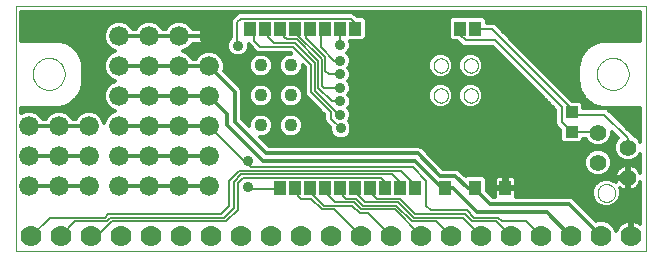
<source format=gtl>
G75*
G70*
%OFA0B0*%
%FSLAX25Y25*%
%IPPOS*%
%LPD*%
%AMOC8*
5,1,8,0,0,1.08239X$1,22.5*
%
%ADD10C,0.00000*%
%ADD11C,0.07000*%
%ADD12R,0.03937X0.04724*%
%ADD13C,0.04362*%
%ADD14R,0.04000X0.03900*%
%ADD15C,0.05543*%
%ADD16C,0.01200*%
%ADD17C,0.06600*%
%ADD18C,0.00600*%
%ADD19C,0.03575*%
%ADD20C,0.00800*%
D10*
X0003024Y0022576D02*
X0003024Y0104076D01*
X0213024Y0104076D01*
X0213024Y0022576D01*
X0003024Y0022576D01*
X0142362Y0074376D02*
X0142365Y0074492D01*
X0142373Y0074608D01*
X0142388Y0074723D01*
X0142407Y0074837D01*
X0142433Y0074950D01*
X0142464Y0075062D01*
X0142500Y0075172D01*
X0142542Y0075280D01*
X0142589Y0075386D01*
X0142641Y0075489D01*
X0142698Y0075590D01*
X0142760Y0075688D01*
X0142827Y0075783D01*
X0142898Y0075874D01*
X0142974Y0075962D01*
X0143054Y0076046D01*
X0143138Y0076126D01*
X0143226Y0076202D01*
X0143317Y0076273D01*
X0143412Y0076340D01*
X0143510Y0076402D01*
X0143611Y0076459D01*
X0143714Y0076511D01*
X0143820Y0076558D01*
X0143928Y0076600D01*
X0144038Y0076636D01*
X0144150Y0076667D01*
X0144263Y0076693D01*
X0144377Y0076712D01*
X0144492Y0076727D01*
X0144608Y0076735D01*
X0144724Y0076738D01*
X0144840Y0076735D01*
X0144956Y0076727D01*
X0145071Y0076712D01*
X0145185Y0076693D01*
X0145298Y0076667D01*
X0145410Y0076636D01*
X0145520Y0076600D01*
X0145628Y0076558D01*
X0145734Y0076511D01*
X0145837Y0076459D01*
X0145938Y0076402D01*
X0146036Y0076340D01*
X0146131Y0076273D01*
X0146222Y0076202D01*
X0146310Y0076126D01*
X0146394Y0076046D01*
X0146474Y0075962D01*
X0146550Y0075874D01*
X0146621Y0075783D01*
X0146688Y0075688D01*
X0146750Y0075590D01*
X0146807Y0075489D01*
X0146859Y0075386D01*
X0146906Y0075280D01*
X0146948Y0075172D01*
X0146984Y0075062D01*
X0147015Y0074950D01*
X0147041Y0074837D01*
X0147060Y0074723D01*
X0147075Y0074608D01*
X0147083Y0074492D01*
X0147086Y0074376D01*
X0147083Y0074260D01*
X0147075Y0074144D01*
X0147060Y0074029D01*
X0147041Y0073915D01*
X0147015Y0073802D01*
X0146984Y0073690D01*
X0146948Y0073580D01*
X0146906Y0073472D01*
X0146859Y0073366D01*
X0146807Y0073263D01*
X0146750Y0073162D01*
X0146688Y0073064D01*
X0146621Y0072969D01*
X0146550Y0072878D01*
X0146474Y0072790D01*
X0146394Y0072706D01*
X0146310Y0072626D01*
X0146222Y0072550D01*
X0146131Y0072479D01*
X0146036Y0072412D01*
X0145938Y0072350D01*
X0145837Y0072293D01*
X0145734Y0072241D01*
X0145628Y0072194D01*
X0145520Y0072152D01*
X0145410Y0072116D01*
X0145298Y0072085D01*
X0145185Y0072059D01*
X0145071Y0072040D01*
X0144956Y0072025D01*
X0144840Y0072017D01*
X0144724Y0072014D01*
X0144608Y0072017D01*
X0144492Y0072025D01*
X0144377Y0072040D01*
X0144263Y0072059D01*
X0144150Y0072085D01*
X0144038Y0072116D01*
X0143928Y0072152D01*
X0143820Y0072194D01*
X0143714Y0072241D01*
X0143611Y0072293D01*
X0143510Y0072350D01*
X0143412Y0072412D01*
X0143317Y0072479D01*
X0143226Y0072550D01*
X0143138Y0072626D01*
X0143054Y0072706D01*
X0142974Y0072790D01*
X0142898Y0072878D01*
X0142827Y0072969D01*
X0142760Y0073064D01*
X0142698Y0073162D01*
X0142641Y0073263D01*
X0142589Y0073366D01*
X0142542Y0073472D01*
X0142500Y0073580D01*
X0142464Y0073690D01*
X0142433Y0073802D01*
X0142407Y0073915D01*
X0142388Y0074029D01*
X0142373Y0074144D01*
X0142365Y0074260D01*
X0142362Y0074376D01*
X0152362Y0074376D02*
X0152365Y0074492D01*
X0152373Y0074608D01*
X0152388Y0074723D01*
X0152407Y0074837D01*
X0152433Y0074950D01*
X0152464Y0075062D01*
X0152500Y0075172D01*
X0152542Y0075280D01*
X0152589Y0075386D01*
X0152641Y0075489D01*
X0152698Y0075590D01*
X0152760Y0075688D01*
X0152827Y0075783D01*
X0152898Y0075874D01*
X0152974Y0075962D01*
X0153054Y0076046D01*
X0153138Y0076126D01*
X0153226Y0076202D01*
X0153317Y0076273D01*
X0153412Y0076340D01*
X0153510Y0076402D01*
X0153611Y0076459D01*
X0153714Y0076511D01*
X0153820Y0076558D01*
X0153928Y0076600D01*
X0154038Y0076636D01*
X0154150Y0076667D01*
X0154263Y0076693D01*
X0154377Y0076712D01*
X0154492Y0076727D01*
X0154608Y0076735D01*
X0154724Y0076738D01*
X0154840Y0076735D01*
X0154956Y0076727D01*
X0155071Y0076712D01*
X0155185Y0076693D01*
X0155298Y0076667D01*
X0155410Y0076636D01*
X0155520Y0076600D01*
X0155628Y0076558D01*
X0155734Y0076511D01*
X0155837Y0076459D01*
X0155938Y0076402D01*
X0156036Y0076340D01*
X0156131Y0076273D01*
X0156222Y0076202D01*
X0156310Y0076126D01*
X0156394Y0076046D01*
X0156474Y0075962D01*
X0156550Y0075874D01*
X0156621Y0075783D01*
X0156688Y0075688D01*
X0156750Y0075590D01*
X0156807Y0075489D01*
X0156859Y0075386D01*
X0156906Y0075280D01*
X0156948Y0075172D01*
X0156984Y0075062D01*
X0157015Y0074950D01*
X0157041Y0074837D01*
X0157060Y0074723D01*
X0157075Y0074608D01*
X0157083Y0074492D01*
X0157086Y0074376D01*
X0157083Y0074260D01*
X0157075Y0074144D01*
X0157060Y0074029D01*
X0157041Y0073915D01*
X0157015Y0073802D01*
X0156984Y0073690D01*
X0156948Y0073580D01*
X0156906Y0073472D01*
X0156859Y0073366D01*
X0156807Y0073263D01*
X0156750Y0073162D01*
X0156688Y0073064D01*
X0156621Y0072969D01*
X0156550Y0072878D01*
X0156474Y0072790D01*
X0156394Y0072706D01*
X0156310Y0072626D01*
X0156222Y0072550D01*
X0156131Y0072479D01*
X0156036Y0072412D01*
X0155938Y0072350D01*
X0155837Y0072293D01*
X0155734Y0072241D01*
X0155628Y0072194D01*
X0155520Y0072152D01*
X0155410Y0072116D01*
X0155298Y0072085D01*
X0155185Y0072059D01*
X0155071Y0072040D01*
X0154956Y0072025D01*
X0154840Y0072017D01*
X0154724Y0072014D01*
X0154608Y0072017D01*
X0154492Y0072025D01*
X0154377Y0072040D01*
X0154263Y0072059D01*
X0154150Y0072085D01*
X0154038Y0072116D01*
X0153928Y0072152D01*
X0153820Y0072194D01*
X0153714Y0072241D01*
X0153611Y0072293D01*
X0153510Y0072350D01*
X0153412Y0072412D01*
X0153317Y0072479D01*
X0153226Y0072550D01*
X0153138Y0072626D01*
X0153054Y0072706D01*
X0152974Y0072790D01*
X0152898Y0072878D01*
X0152827Y0072969D01*
X0152760Y0073064D01*
X0152698Y0073162D01*
X0152641Y0073263D01*
X0152589Y0073366D01*
X0152542Y0073472D01*
X0152500Y0073580D01*
X0152464Y0073690D01*
X0152433Y0073802D01*
X0152407Y0073915D01*
X0152388Y0074029D01*
X0152373Y0074144D01*
X0152365Y0074260D01*
X0152362Y0074376D01*
X0152362Y0084376D02*
X0152365Y0084492D01*
X0152373Y0084608D01*
X0152388Y0084723D01*
X0152407Y0084837D01*
X0152433Y0084950D01*
X0152464Y0085062D01*
X0152500Y0085172D01*
X0152542Y0085280D01*
X0152589Y0085386D01*
X0152641Y0085489D01*
X0152698Y0085590D01*
X0152760Y0085688D01*
X0152827Y0085783D01*
X0152898Y0085874D01*
X0152974Y0085962D01*
X0153054Y0086046D01*
X0153138Y0086126D01*
X0153226Y0086202D01*
X0153317Y0086273D01*
X0153412Y0086340D01*
X0153510Y0086402D01*
X0153611Y0086459D01*
X0153714Y0086511D01*
X0153820Y0086558D01*
X0153928Y0086600D01*
X0154038Y0086636D01*
X0154150Y0086667D01*
X0154263Y0086693D01*
X0154377Y0086712D01*
X0154492Y0086727D01*
X0154608Y0086735D01*
X0154724Y0086738D01*
X0154840Y0086735D01*
X0154956Y0086727D01*
X0155071Y0086712D01*
X0155185Y0086693D01*
X0155298Y0086667D01*
X0155410Y0086636D01*
X0155520Y0086600D01*
X0155628Y0086558D01*
X0155734Y0086511D01*
X0155837Y0086459D01*
X0155938Y0086402D01*
X0156036Y0086340D01*
X0156131Y0086273D01*
X0156222Y0086202D01*
X0156310Y0086126D01*
X0156394Y0086046D01*
X0156474Y0085962D01*
X0156550Y0085874D01*
X0156621Y0085783D01*
X0156688Y0085688D01*
X0156750Y0085590D01*
X0156807Y0085489D01*
X0156859Y0085386D01*
X0156906Y0085280D01*
X0156948Y0085172D01*
X0156984Y0085062D01*
X0157015Y0084950D01*
X0157041Y0084837D01*
X0157060Y0084723D01*
X0157075Y0084608D01*
X0157083Y0084492D01*
X0157086Y0084376D01*
X0157083Y0084260D01*
X0157075Y0084144D01*
X0157060Y0084029D01*
X0157041Y0083915D01*
X0157015Y0083802D01*
X0156984Y0083690D01*
X0156948Y0083580D01*
X0156906Y0083472D01*
X0156859Y0083366D01*
X0156807Y0083263D01*
X0156750Y0083162D01*
X0156688Y0083064D01*
X0156621Y0082969D01*
X0156550Y0082878D01*
X0156474Y0082790D01*
X0156394Y0082706D01*
X0156310Y0082626D01*
X0156222Y0082550D01*
X0156131Y0082479D01*
X0156036Y0082412D01*
X0155938Y0082350D01*
X0155837Y0082293D01*
X0155734Y0082241D01*
X0155628Y0082194D01*
X0155520Y0082152D01*
X0155410Y0082116D01*
X0155298Y0082085D01*
X0155185Y0082059D01*
X0155071Y0082040D01*
X0154956Y0082025D01*
X0154840Y0082017D01*
X0154724Y0082014D01*
X0154608Y0082017D01*
X0154492Y0082025D01*
X0154377Y0082040D01*
X0154263Y0082059D01*
X0154150Y0082085D01*
X0154038Y0082116D01*
X0153928Y0082152D01*
X0153820Y0082194D01*
X0153714Y0082241D01*
X0153611Y0082293D01*
X0153510Y0082350D01*
X0153412Y0082412D01*
X0153317Y0082479D01*
X0153226Y0082550D01*
X0153138Y0082626D01*
X0153054Y0082706D01*
X0152974Y0082790D01*
X0152898Y0082878D01*
X0152827Y0082969D01*
X0152760Y0083064D01*
X0152698Y0083162D01*
X0152641Y0083263D01*
X0152589Y0083366D01*
X0152542Y0083472D01*
X0152500Y0083580D01*
X0152464Y0083690D01*
X0152433Y0083802D01*
X0152407Y0083915D01*
X0152388Y0084029D01*
X0152373Y0084144D01*
X0152365Y0084260D01*
X0152362Y0084376D01*
X0142362Y0084376D02*
X0142365Y0084492D01*
X0142373Y0084608D01*
X0142388Y0084723D01*
X0142407Y0084837D01*
X0142433Y0084950D01*
X0142464Y0085062D01*
X0142500Y0085172D01*
X0142542Y0085280D01*
X0142589Y0085386D01*
X0142641Y0085489D01*
X0142698Y0085590D01*
X0142760Y0085688D01*
X0142827Y0085783D01*
X0142898Y0085874D01*
X0142974Y0085962D01*
X0143054Y0086046D01*
X0143138Y0086126D01*
X0143226Y0086202D01*
X0143317Y0086273D01*
X0143412Y0086340D01*
X0143510Y0086402D01*
X0143611Y0086459D01*
X0143714Y0086511D01*
X0143820Y0086558D01*
X0143928Y0086600D01*
X0144038Y0086636D01*
X0144150Y0086667D01*
X0144263Y0086693D01*
X0144377Y0086712D01*
X0144492Y0086727D01*
X0144608Y0086735D01*
X0144724Y0086738D01*
X0144840Y0086735D01*
X0144956Y0086727D01*
X0145071Y0086712D01*
X0145185Y0086693D01*
X0145298Y0086667D01*
X0145410Y0086636D01*
X0145520Y0086600D01*
X0145628Y0086558D01*
X0145734Y0086511D01*
X0145837Y0086459D01*
X0145938Y0086402D01*
X0146036Y0086340D01*
X0146131Y0086273D01*
X0146222Y0086202D01*
X0146310Y0086126D01*
X0146394Y0086046D01*
X0146474Y0085962D01*
X0146550Y0085874D01*
X0146621Y0085783D01*
X0146688Y0085688D01*
X0146750Y0085590D01*
X0146807Y0085489D01*
X0146859Y0085386D01*
X0146906Y0085280D01*
X0146948Y0085172D01*
X0146984Y0085062D01*
X0147015Y0084950D01*
X0147041Y0084837D01*
X0147060Y0084723D01*
X0147075Y0084608D01*
X0147083Y0084492D01*
X0147086Y0084376D01*
X0147083Y0084260D01*
X0147075Y0084144D01*
X0147060Y0084029D01*
X0147041Y0083915D01*
X0147015Y0083802D01*
X0146984Y0083690D01*
X0146948Y0083580D01*
X0146906Y0083472D01*
X0146859Y0083366D01*
X0146807Y0083263D01*
X0146750Y0083162D01*
X0146688Y0083064D01*
X0146621Y0082969D01*
X0146550Y0082878D01*
X0146474Y0082790D01*
X0146394Y0082706D01*
X0146310Y0082626D01*
X0146222Y0082550D01*
X0146131Y0082479D01*
X0146036Y0082412D01*
X0145938Y0082350D01*
X0145837Y0082293D01*
X0145734Y0082241D01*
X0145628Y0082194D01*
X0145520Y0082152D01*
X0145410Y0082116D01*
X0145298Y0082085D01*
X0145185Y0082059D01*
X0145071Y0082040D01*
X0144956Y0082025D01*
X0144840Y0082017D01*
X0144724Y0082014D01*
X0144608Y0082017D01*
X0144492Y0082025D01*
X0144377Y0082040D01*
X0144263Y0082059D01*
X0144150Y0082085D01*
X0144038Y0082116D01*
X0143928Y0082152D01*
X0143820Y0082194D01*
X0143714Y0082241D01*
X0143611Y0082293D01*
X0143510Y0082350D01*
X0143412Y0082412D01*
X0143317Y0082479D01*
X0143226Y0082550D01*
X0143138Y0082626D01*
X0143054Y0082706D01*
X0142974Y0082790D01*
X0142898Y0082878D01*
X0142827Y0082969D01*
X0142760Y0083064D01*
X0142698Y0083162D01*
X0142641Y0083263D01*
X0142589Y0083366D01*
X0142542Y0083472D01*
X0142500Y0083580D01*
X0142464Y0083690D01*
X0142433Y0083802D01*
X0142407Y0083915D01*
X0142388Y0084029D01*
X0142373Y0084144D01*
X0142365Y0084260D01*
X0142362Y0084376D01*
X0196709Y0081576D02*
X0196715Y0081837D01*
X0196735Y0082097D01*
X0196767Y0082356D01*
X0196811Y0082613D01*
X0196868Y0082867D01*
X0196938Y0083119D01*
X0197020Y0083367D01*
X0197114Y0083610D01*
X0197219Y0083848D01*
X0197337Y0084081D01*
X0197465Y0084308D01*
X0197605Y0084529D01*
X0197755Y0084742D01*
X0197915Y0084948D01*
X0198086Y0085145D01*
X0198266Y0085334D01*
X0198455Y0085514D01*
X0198652Y0085685D01*
X0198858Y0085845D01*
X0199071Y0085995D01*
X0199292Y0086135D01*
X0199519Y0086263D01*
X0199752Y0086381D01*
X0199990Y0086486D01*
X0200233Y0086580D01*
X0200481Y0086662D01*
X0200733Y0086732D01*
X0200987Y0086789D01*
X0201244Y0086833D01*
X0201503Y0086865D01*
X0201763Y0086885D01*
X0202024Y0086891D01*
X0202285Y0086885D01*
X0202545Y0086865D01*
X0202804Y0086833D01*
X0203061Y0086789D01*
X0203315Y0086732D01*
X0203567Y0086662D01*
X0203815Y0086580D01*
X0204058Y0086486D01*
X0204296Y0086381D01*
X0204529Y0086263D01*
X0204756Y0086135D01*
X0204977Y0085995D01*
X0205190Y0085845D01*
X0205396Y0085685D01*
X0205593Y0085514D01*
X0205782Y0085334D01*
X0205962Y0085145D01*
X0206133Y0084948D01*
X0206293Y0084742D01*
X0206443Y0084529D01*
X0206583Y0084308D01*
X0206711Y0084081D01*
X0206829Y0083848D01*
X0206934Y0083610D01*
X0207028Y0083367D01*
X0207110Y0083119D01*
X0207180Y0082867D01*
X0207237Y0082613D01*
X0207281Y0082356D01*
X0207313Y0082097D01*
X0207333Y0081837D01*
X0207339Y0081576D01*
X0207333Y0081315D01*
X0207313Y0081055D01*
X0207281Y0080796D01*
X0207237Y0080539D01*
X0207180Y0080285D01*
X0207110Y0080033D01*
X0207028Y0079785D01*
X0206934Y0079542D01*
X0206829Y0079304D01*
X0206711Y0079071D01*
X0206583Y0078844D01*
X0206443Y0078623D01*
X0206293Y0078410D01*
X0206133Y0078204D01*
X0205962Y0078007D01*
X0205782Y0077818D01*
X0205593Y0077638D01*
X0205396Y0077467D01*
X0205190Y0077307D01*
X0204977Y0077157D01*
X0204756Y0077017D01*
X0204529Y0076889D01*
X0204296Y0076771D01*
X0204058Y0076666D01*
X0203815Y0076572D01*
X0203567Y0076490D01*
X0203315Y0076420D01*
X0203061Y0076363D01*
X0202804Y0076319D01*
X0202545Y0076287D01*
X0202285Y0076267D01*
X0202024Y0076261D01*
X0201763Y0076267D01*
X0201503Y0076287D01*
X0201244Y0076319D01*
X0200987Y0076363D01*
X0200733Y0076420D01*
X0200481Y0076490D01*
X0200233Y0076572D01*
X0199990Y0076666D01*
X0199752Y0076771D01*
X0199519Y0076889D01*
X0199292Y0077017D01*
X0199071Y0077157D01*
X0198858Y0077307D01*
X0198652Y0077467D01*
X0198455Y0077638D01*
X0198266Y0077818D01*
X0198086Y0078007D01*
X0197915Y0078204D01*
X0197755Y0078410D01*
X0197605Y0078623D01*
X0197465Y0078844D01*
X0197337Y0079071D01*
X0197219Y0079304D01*
X0197114Y0079542D01*
X0197020Y0079785D01*
X0196938Y0080033D01*
X0196868Y0080285D01*
X0196811Y0080539D01*
X0196767Y0080796D01*
X0196735Y0081055D01*
X0196715Y0081315D01*
X0196709Y0081576D01*
X0196958Y0041883D02*
X0196962Y0042028D01*
X0196972Y0042172D01*
X0196990Y0042316D01*
X0197015Y0042459D01*
X0197046Y0042601D01*
X0197085Y0042740D01*
X0197131Y0042878D01*
X0197183Y0043013D01*
X0197242Y0043146D01*
X0197307Y0043275D01*
X0197378Y0043401D01*
X0197456Y0043524D01*
X0197539Y0043642D01*
X0197628Y0043756D01*
X0197723Y0043866D01*
X0197823Y0043971D01*
X0197928Y0044071D01*
X0198038Y0044166D01*
X0198152Y0044255D01*
X0198270Y0044338D01*
X0198393Y0044416D01*
X0198519Y0044487D01*
X0198648Y0044552D01*
X0198781Y0044611D01*
X0198916Y0044663D01*
X0199054Y0044709D01*
X0199193Y0044748D01*
X0199335Y0044779D01*
X0199478Y0044804D01*
X0199622Y0044822D01*
X0199766Y0044832D01*
X0199911Y0044836D01*
X0200056Y0044832D01*
X0200200Y0044822D01*
X0200344Y0044804D01*
X0200487Y0044779D01*
X0200629Y0044748D01*
X0200768Y0044709D01*
X0200906Y0044663D01*
X0201041Y0044611D01*
X0201174Y0044552D01*
X0201303Y0044487D01*
X0201429Y0044416D01*
X0201552Y0044338D01*
X0201670Y0044255D01*
X0201784Y0044166D01*
X0201894Y0044071D01*
X0201999Y0043971D01*
X0202099Y0043866D01*
X0202194Y0043756D01*
X0202283Y0043642D01*
X0202366Y0043524D01*
X0202444Y0043401D01*
X0202515Y0043275D01*
X0202580Y0043146D01*
X0202639Y0043013D01*
X0202691Y0042878D01*
X0202737Y0042740D01*
X0202776Y0042601D01*
X0202807Y0042459D01*
X0202832Y0042316D01*
X0202850Y0042172D01*
X0202860Y0042028D01*
X0202864Y0041883D01*
X0202860Y0041738D01*
X0202850Y0041594D01*
X0202832Y0041450D01*
X0202807Y0041307D01*
X0202776Y0041165D01*
X0202737Y0041026D01*
X0202691Y0040888D01*
X0202639Y0040753D01*
X0202580Y0040620D01*
X0202515Y0040491D01*
X0202444Y0040365D01*
X0202366Y0040242D01*
X0202283Y0040124D01*
X0202194Y0040010D01*
X0202099Y0039900D01*
X0201999Y0039795D01*
X0201894Y0039695D01*
X0201784Y0039600D01*
X0201670Y0039511D01*
X0201552Y0039428D01*
X0201429Y0039350D01*
X0201303Y0039279D01*
X0201174Y0039214D01*
X0201041Y0039155D01*
X0200906Y0039103D01*
X0200768Y0039057D01*
X0200629Y0039018D01*
X0200487Y0038987D01*
X0200344Y0038962D01*
X0200200Y0038944D01*
X0200056Y0038934D01*
X0199911Y0038930D01*
X0199766Y0038934D01*
X0199622Y0038944D01*
X0199478Y0038962D01*
X0199335Y0038987D01*
X0199193Y0039018D01*
X0199054Y0039057D01*
X0198916Y0039103D01*
X0198781Y0039155D01*
X0198648Y0039214D01*
X0198519Y0039279D01*
X0198393Y0039350D01*
X0198270Y0039428D01*
X0198152Y0039511D01*
X0198038Y0039600D01*
X0197928Y0039695D01*
X0197823Y0039795D01*
X0197723Y0039900D01*
X0197628Y0040010D01*
X0197539Y0040124D01*
X0197456Y0040242D01*
X0197378Y0040365D01*
X0197307Y0040491D01*
X0197242Y0040620D01*
X0197183Y0040753D01*
X0197131Y0040888D01*
X0197085Y0041026D01*
X0197046Y0041165D01*
X0197015Y0041307D01*
X0196990Y0041450D01*
X0196972Y0041594D01*
X0196962Y0041738D01*
X0196958Y0041883D01*
X0008709Y0081576D02*
X0008715Y0081837D01*
X0008735Y0082097D01*
X0008767Y0082356D01*
X0008811Y0082613D01*
X0008868Y0082867D01*
X0008938Y0083119D01*
X0009020Y0083367D01*
X0009114Y0083610D01*
X0009219Y0083848D01*
X0009337Y0084081D01*
X0009465Y0084308D01*
X0009605Y0084529D01*
X0009755Y0084742D01*
X0009915Y0084948D01*
X0010086Y0085145D01*
X0010266Y0085334D01*
X0010455Y0085514D01*
X0010652Y0085685D01*
X0010858Y0085845D01*
X0011071Y0085995D01*
X0011292Y0086135D01*
X0011519Y0086263D01*
X0011752Y0086381D01*
X0011990Y0086486D01*
X0012233Y0086580D01*
X0012481Y0086662D01*
X0012733Y0086732D01*
X0012987Y0086789D01*
X0013244Y0086833D01*
X0013503Y0086865D01*
X0013763Y0086885D01*
X0014024Y0086891D01*
X0014285Y0086885D01*
X0014545Y0086865D01*
X0014804Y0086833D01*
X0015061Y0086789D01*
X0015315Y0086732D01*
X0015567Y0086662D01*
X0015815Y0086580D01*
X0016058Y0086486D01*
X0016296Y0086381D01*
X0016529Y0086263D01*
X0016756Y0086135D01*
X0016977Y0085995D01*
X0017190Y0085845D01*
X0017396Y0085685D01*
X0017593Y0085514D01*
X0017782Y0085334D01*
X0017962Y0085145D01*
X0018133Y0084948D01*
X0018293Y0084742D01*
X0018443Y0084529D01*
X0018583Y0084308D01*
X0018711Y0084081D01*
X0018829Y0083848D01*
X0018934Y0083610D01*
X0019028Y0083367D01*
X0019110Y0083119D01*
X0019180Y0082867D01*
X0019237Y0082613D01*
X0019281Y0082356D01*
X0019313Y0082097D01*
X0019333Y0081837D01*
X0019339Y0081576D01*
X0019333Y0081315D01*
X0019313Y0081055D01*
X0019281Y0080796D01*
X0019237Y0080539D01*
X0019180Y0080285D01*
X0019110Y0080033D01*
X0019028Y0079785D01*
X0018934Y0079542D01*
X0018829Y0079304D01*
X0018711Y0079071D01*
X0018583Y0078844D01*
X0018443Y0078623D01*
X0018293Y0078410D01*
X0018133Y0078204D01*
X0017962Y0078007D01*
X0017782Y0077818D01*
X0017593Y0077638D01*
X0017396Y0077467D01*
X0017190Y0077307D01*
X0016977Y0077157D01*
X0016756Y0077017D01*
X0016529Y0076889D01*
X0016296Y0076771D01*
X0016058Y0076666D01*
X0015815Y0076572D01*
X0015567Y0076490D01*
X0015315Y0076420D01*
X0015061Y0076363D01*
X0014804Y0076319D01*
X0014545Y0076287D01*
X0014285Y0076267D01*
X0014024Y0076261D01*
X0013763Y0076267D01*
X0013503Y0076287D01*
X0013244Y0076319D01*
X0012987Y0076363D01*
X0012733Y0076420D01*
X0012481Y0076490D01*
X0012233Y0076572D01*
X0011990Y0076666D01*
X0011752Y0076771D01*
X0011519Y0076889D01*
X0011292Y0077017D01*
X0011071Y0077157D01*
X0010858Y0077307D01*
X0010652Y0077467D01*
X0010455Y0077638D01*
X0010266Y0077818D01*
X0010086Y0078007D01*
X0009915Y0078204D01*
X0009755Y0078410D01*
X0009605Y0078623D01*
X0009465Y0078844D01*
X0009337Y0079071D01*
X0009219Y0079304D01*
X0009114Y0079542D01*
X0009020Y0079785D01*
X0008938Y0080033D01*
X0008868Y0080285D01*
X0008811Y0080539D01*
X0008767Y0080796D01*
X0008735Y0081055D01*
X0008715Y0081315D01*
X0008709Y0081576D01*
D11*
X0008024Y0027576D03*
X0018024Y0027576D03*
X0028024Y0027576D03*
X0038024Y0027576D03*
X0048024Y0027576D03*
X0058024Y0027576D03*
X0068024Y0027576D03*
X0078024Y0027576D03*
X0088024Y0027576D03*
X0098024Y0027576D03*
X0108024Y0027576D03*
X0118024Y0027576D03*
X0128024Y0027576D03*
X0138024Y0027576D03*
X0148024Y0027576D03*
X0158024Y0027576D03*
X0168024Y0027576D03*
X0178024Y0027576D03*
X0188024Y0027576D03*
X0198024Y0027576D03*
X0208024Y0027576D03*
D12*
X0166224Y0043602D03*
X0156224Y0043602D03*
X0146224Y0043602D03*
X0136224Y0043602D03*
X0131224Y0043602D03*
X0126224Y0043602D03*
X0121224Y0043602D03*
X0116224Y0043602D03*
X0111224Y0043602D03*
X0106224Y0043602D03*
X0101224Y0043602D03*
X0096224Y0043602D03*
X0091224Y0043602D03*
X0091224Y0096602D03*
X0086224Y0096602D03*
X0081224Y0096602D03*
X0096224Y0096602D03*
X0101224Y0096602D03*
X0106224Y0096602D03*
X0111224Y0096602D03*
X0116224Y0096602D03*
X0151224Y0096602D03*
X0156224Y0096602D03*
D13*
X0094724Y0084376D03*
X0084724Y0084376D03*
X0084724Y0074376D03*
X0094724Y0074376D03*
X0094724Y0064376D03*
X0084724Y0064376D03*
D14*
X0188324Y0062230D03*
X0188324Y0068923D03*
D15*
X0197124Y0061976D03*
X0207124Y0056976D03*
X0197124Y0051976D03*
X0207124Y0046976D03*
D16*
X0207409Y0046688D02*
X0207409Y0042605D01*
X0207468Y0042605D01*
X0208147Y0042712D01*
X0208802Y0042925D01*
X0209415Y0043237D01*
X0209971Y0043642D01*
X0210458Y0044128D01*
X0210862Y0044685D01*
X0211175Y0045298D01*
X0211224Y0045449D01*
X0211224Y0031554D01*
X0210696Y0031938D01*
X0209981Y0032302D01*
X0209218Y0032550D01*
X0208425Y0032676D01*
X0208408Y0032676D01*
X0208408Y0027963D01*
X0207639Y0027963D01*
X0207639Y0032676D01*
X0207622Y0032676D01*
X0206829Y0032550D01*
X0206066Y0032302D01*
X0205350Y0031938D01*
X0204701Y0031466D01*
X0204133Y0030898D01*
X0203662Y0030249D01*
X0203297Y0029534D01*
X0203144Y0029063D01*
X0202517Y0030578D01*
X0201026Y0032069D01*
X0199078Y0032876D01*
X0196969Y0032876D01*
X0196438Y0032656D01*
X0188883Y0040211D01*
X0188001Y0040576D01*
X0187046Y0040576D01*
X0169656Y0040576D01*
X0169683Y0040622D01*
X0169792Y0041028D01*
X0169792Y0043217D01*
X0166610Y0043217D01*
X0166610Y0043986D01*
X0169792Y0043986D01*
X0169792Y0046174D01*
X0169683Y0046581D01*
X0169472Y0046946D01*
X0169174Y0047244D01*
X0168809Y0047454D01*
X0168403Y0047563D01*
X0166608Y0047563D01*
X0166608Y0043988D01*
X0165839Y0043988D01*
X0165839Y0047563D01*
X0164044Y0047563D01*
X0163637Y0047454D01*
X0163272Y0047244D01*
X0162975Y0046946D01*
X0162764Y0046581D01*
X0162655Y0046174D01*
X0162655Y0043986D01*
X0165837Y0043986D01*
X0165837Y0043217D01*
X0162655Y0043217D01*
X0162655Y0041028D01*
X0162764Y0040622D01*
X0162791Y0040576D01*
X0162118Y0040576D01*
X0159992Y0042702D01*
X0159992Y0046709D01*
X0158937Y0047763D01*
X0153509Y0047763D01*
X0153120Y0047374D01*
X0151558Y0048936D01*
X0150883Y0049611D01*
X0150001Y0049976D01*
X0145518Y0049976D01*
X0139058Y0056436D01*
X0138383Y0057111D01*
X0137501Y0057476D01*
X0087518Y0057476D01*
X0084598Y0060395D01*
X0085515Y0060395D01*
X0086978Y0061001D01*
X0088098Y0062121D01*
X0088704Y0063584D01*
X0088704Y0065168D01*
X0088098Y0066631D01*
X0086978Y0067751D01*
X0085515Y0068357D01*
X0083931Y0068357D01*
X0082469Y0067751D01*
X0081348Y0066631D01*
X0080743Y0065168D01*
X0080743Y0064251D01*
X0078423Y0066570D01*
X0078423Y0075099D01*
X0078423Y0076054D01*
X0078058Y0076936D01*
X0072420Y0082573D01*
X0072623Y0083061D01*
X0072623Y0085091D01*
X0071847Y0086965D01*
X0070412Y0088400D01*
X0068538Y0089176D01*
X0066509Y0089176D01*
X0064635Y0088400D01*
X0063200Y0086965D01*
X0062998Y0086476D01*
X0062049Y0086476D01*
X0061847Y0086965D01*
X0060412Y0088400D01*
X0058778Y0089076D01*
X0060412Y0089753D01*
X0061847Y0091187D01*
X0062049Y0091676D01*
X0068001Y0091676D01*
X0068883Y0092042D01*
X0069558Y0092717D01*
X0069923Y0093599D01*
X0069923Y0094554D01*
X0069558Y0095436D01*
X0068883Y0096111D01*
X0068001Y0096476D01*
X0062049Y0096476D01*
X0061847Y0096965D01*
X0060412Y0098400D01*
X0058538Y0099176D01*
X0056509Y0099176D01*
X0054635Y0098400D01*
X0053200Y0096965D01*
X0052998Y0096476D01*
X0052049Y0096476D01*
X0051847Y0096965D01*
X0050412Y0098400D01*
X0048538Y0099176D01*
X0046509Y0099176D01*
X0044635Y0098400D01*
X0043200Y0096965D01*
X0042998Y0096476D01*
X0042049Y0096476D01*
X0041847Y0096965D01*
X0040412Y0098400D01*
X0038538Y0099176D01*
X0036509Y0099176D01*
X0034635Y0098400D01*
X0033200Y0096965D01*
X0032424Y0095091D01*
X0032424Y0093061D01*
X0033200Y0091187D01*
X0034635Y0089753D01*
X0036268Y0089076D01*
X0034635Y0088400D01*
X0033200Y0086965D01*
X0032424Y0085091D01*
X0032424Y0083061D01*
X0033200Y0081187D01*
X0034635Y0079753D01*
X0036268Y0079076D01*
X0034635Y0078400D01*
X0033200Y0076965D01*
X0032424Y0075091D01*
X0032424Y0073061D01*
X0033200Y0071187D01*
X0034635Y0069753D01*
X0036268Y0069076D01*
X0034635Y0068400D01*
X0033200Y0066965D01*
X0032523Y0065331D01*
X0031847Y0066965D01*
X0030412Y0068400D01*
X0028538Y0069176D01*
X0026509Y0069176D01*
X0024635Y0068400D01*
X0023200Y0066965D01*
X0022998Y0066476D01*
X0022049Y0066476D01*
X0021847Y0066965D01*
X0020412Y0068400D01*
X0018538Y0069176D01*
X0016509Y0069176D01*
X0014635Y0068400D01*
X0013200Y0066965D01*
X0012998Y0066476D01*
X0012049Y0066476D01*
X0011847Y0066965D01*
X0010412Y0068400D01*
X0008538Y0069176D01*
X0006509Y0069176D01*
X0004823Y0068478D01*
X0004823Y0070076D01*
X0016024Y0070076D01*
X0017376Y0070173D01*
X0018700Y0070461D01*
X0019970Y0070935D01*
X0021160Y0071585D01*
X0022245Y0072397D01*
X0023203Y0073355D01*
X0024015Y0074440D01*
X0024665Y0075630D01*
X0025139Y0076900D01*
X0025427Y0078224D01*
X0025524Y0079576D01*
X0025524Y0083576D01*
X0025413Y0084984D01*
X0025083Y0086357D01*
X0024543Y0087662D01*
X0023805Y0088867D01*
X0022887Y0089940D01*
X0021814Y0090857D01*
X0020609Y0091595D01*
X0019305Y0092136D01*
X0017931Y0092466D01*
X0016524Y0092576D01*
X0004823Y0092576D01*
X0004823Y0102276D01*
X0211224Y0102276D01*
X0211224Y0092576D01*
X0200024Y0092576D01*
X0198574Y0092502D01*
X0197153Y0092201D01*
X0195797Y0091682D01*
X0194539Y0090957D01*
X0193409Y0090044D01*
X0192437Y0088966D01*
X0191645Y0087749D01*
X0191054Y0086423D01*
X0190676Y0085020D01*
X0190524Y0083576D01*
X0190524Y0079576D01*
X0190620Y0078224D01*
X0190908Y0076900D01*
X0191382Y0075630D01*
X0192032Y0074440D01*
X0192844Y0073355D01*
X0193802Y0072397D01*
X0194887Y0071585D01*
X0196077Y0070935D01*
X0197347Y0070461D01*
X0198672Y0070173D01*
X0200024Y0070076D01*
X0211224Y0070076D01*
X0211224Y0059022D01*
X0210999Y0059566D01*
X0209713Y0060852D01*
X0209109Y0061102D01*
X0200135Y0070076D01*
X0198312Y0070076D01*
X0192123Y0070076D01*
X0192123Y0071618D01*
X0191069Y0072672D01*
X0188538Y0072672D01*
X0163286Y0097924D01*
X0162689Y0098567D01*
X0162642Y0098568D01*
X0162609Y0098601D01*
X0161741Y0098601D01*
X0159992Y0098665D01*
X0159992Y0099709D01*
X0158937Y0100763D01*
X0153509Y0100763D01*
X0148509Y0100763D01*
X0147455Y0099709D01*
X0147455Y0093494D01*
X0148509Y0092439D01*
X0150249Y0092439D01*
X0150824Y0091865D01*
X0152112Y0090576D01*
X0162012Y0090576D01*
X0182924Y0069665D01*
X0182924Y0066387D01*
X0182924Y0064565D01*
X0184524Y0062965D01*
X0184524Y0059534D01*
X0185578Y0058480D01*
X0191069Y0058480D01*
X0192123Y0059534D01*
X0192123Y0060030D01*
X0192982Y0060030D01*
X0193248Y0059387D01*
X0194534Y0058101D01*
X0196214Y0057405D01*
X0198033Y0057405D01*
X0199713Y0058101D01*
X0200999Y0059387D01*
X0201695Y0061067D01*
X0201695Y0062294D01*
X0203836Y0060153D01*
X0203248Y0059566D01*
X0202552Y0057886D01*
X0202552Y0056067D01*
X0203248Y0054387D01*
X0204534Y0053101D01*
X0206214Y0052405D01*
X0208033Y0052405D01*
X0209713Y0053101D01*
X0210999Y0054387D01*
X0211224Y0054930D01*
X0211224Y0048503D01*
X0211175Y0048654D01*
X0210862Y0049267D01*
X0210458Y0049824D01*
X0209971Y0050311D01*
X0209415Y0050715D01*
X0208802Y0051028D01*
X0208147Y0051240D01*
X0207468Y0051348D01*
X0207409Y0051348D01*
X0207409Y0047265D01*
X0206837Y0047265D01*
X0206837Y0051348D01*
X0206779Y0051348D01*
X0206100Y0051240D01*
X0205445Y0051028D01*
X0204832Y0050715D01*
X0204276Y0050311D01*
X0203789Y0049824D01*
X0203385Y0049267D01*
X0203072Y0048654D01*
X0202859Y0048000D01*
X0202752Y0047320D01*
X0202752Y0047262D01*
X0206835Y0047262D01*
X0206835Y0046690D01*
X0202752Y0046690D01*
X0202752Y0046632D01*
X0202859Y0045952D01*
X0203003Y0045511D01*
X0202603Y0045911D01*
X0200856Y0046635D01*
X0198965Y0046635D01*
X0197219Y0045911D01*
X0195882Y0044575D01*
X0195158Y0042828D01*
X0195158Y0040937D01*
X0195882Y0039190D01*
X0197219Y0037854D01*
X0198965Y0037130D01*
X0200856Y0037130D01*
X0202603Y0037854D01*
X0203940Y0039190D01*
X0204663Y0040937D01*
X0204663Y0042828D01*
X0204348Y0043590D01*
X0204832Y0043237D01*
X0205445Y0042925D01*
X0206100Y0042712D01*
X0206779Y0042605D01*
X0206837Y0042605D01*
X0206837Y0046688D01*
X0207409Y0046688D01*
X0207409Y0046545D02*
X0206837Y0046545D01*
X0206837Y0045346D02*
X0207409Y0045346D01*
X0207409Y0044148D02*
X0206837Y0044148D01*
X0206837Y0042950D02*
X0207409Y0042950D01*
X0208850Y0042950D02*
X0211224Y0042950D01*
X0211224Y0044148D02*
X0210472Y0044148D01*
X0211190Y0045346D02*
X0211224Y0045346D01*
X0207409Y0047743D02*
X0206837Y0047743D01*
X0202819Y0047743D02*
X0198850Y0047743D01*
X0198033Y0047405D02*
X0199713Y0048101D01*
X0200999Y0049387D01*
X0201695Y0051067D01*
X0201695Y0052886D01*
X0200999Y0054566D01*
X0199713Y0055852D01*
X0198033Y0056548D01*
X0196214Y0056548D01*
X0194534Y0055852D01*
X0193248Y0054566D01*
X0192552Y0052886D01*
X0192552Y0051067D01*
X0193248Y0049387D01*
X0194534Y0048101D01*
X0196214Y0047405D01*
X0198033Y0047405D01*
X0198748Y0046545D02*
X0169693Y0046545D01*
X0169792Y0045346D02*
X0196654Y0045346D01*
X0195705Y0044148D02*
X0169792Y0044148D01*
X0169792Y0042950D02*
X0195209Y0042950D01*
X0195158Y0041751D02*
X0169792Y0041751D01*
X0166608Y0044148D02*
X0165839Y0044148D01*
X0165839Y0045346D02*
X0166608Y0045346D01*
X0166608Y0046545D02*
X0165839Y0046545D01*
X0162755Y0046545D02*
X0159992Y0046545D01*
X0159992Y0045346D02*
X0162655Y0045346D01*
X0162655Y0044148D02*
X0159992Y0044148D01*
X0159992Y0042950D02*
X0162655Y0042950D01*
X0162655Y0041751D02*
X0160943Y0041751D01*
X0161124Y0038176D02*
X0156224Y0043076D01*
X0156224Y0043602D01*
X0153698Y0043402D01*
X0149524Y0047576D01*
X0144524Y0047576D01*
X0137024Y0055076D01*
X0086524Y0055076D01*
X0076024Y0065576D01*
X0076024Y0075576D01*
X0067524Y0084076D01*
X0057524Y0084076D01*
X0047524Y0084076D01*
X0037524Y0084076D01*
X0032839Y0086093D02*
X0025147Y0086093D01*
X0025420Y0084894D02*
X0032424Y0084894D01*
X0032424Y0083696D02*
X0025515Y0083696D01*
X0025524Y0082498D02*
X0032657Y0082498D01*
X0033154Y0081299D02*
X0025524Y0081299D01*
X0025524Y0080101D02*
X0034287Y0080101D01*
X0035848Y0078902D02*
X0025475Y0078902D01*
X0025313Y0077704D02*
X0033939Y0077704D01*
X0033010Y0076506D02*
X0024992Y0076506D01*
X0024489Y0075307D02*
X0032513Y0075307D01*
X0032424Y0074109D02*
X0023767Y0074109D01*
X0022758Y0072910D02*
X0032486Y0072910D01*
X0032983Y0071712D02*
X0021330Y0071712D01*
X0018840Y0070513D02*
X0033874Y0070513D01*
X0035692Y0069315D02*
X0004823Y0069315D01*
X0010695Y0068117D02*
X0014352Y0068117D01*
X0013181Y0066918D02*
X0011867Y0066918D01*
X0007524Y0064076D02*
X0017524Y0064076D01*
X0027524Y0064076D01*
X0032363Y0065720D02*
X0032684Y0065720D01*
X0033181Y0066918D02*
X0031867Y0066918D01*
X0030695Y0068117D02*
X0034352Y0068117D01*
X0024352Y0068117D02*
X0020695Y0068117D01*
X0021867Y0066918D02*
X0023181Y0066918D01*
X0037524Y0064076D02*
X0047524Y0064076D01*
X0057524Y0064076D01*
X0067524Y0064076D01*
X0073524Y0064576D02*
X0073524Y0068076D01*
X0067524Y0074076D01*
X0057524Y0074076D01*
X0047524Y0074076D01*
X0037524Y0074076D01*
X0072496Y0082498D02*
X0081193Y0082498D01*
X0081348Y0082121D02*
X0082469Y0081001D01*
X0083931Y0080395D01*
X0085515Y0080395D01*
X0086978Y0081001D01*
X0088098Y0082121D01*
X0088704Y0083584D01*
X0088704Y0085168D01*
X0088098Y0086631D01*
X0086978Y0087751D01*
X0085515Y0088357D01*
X0083931Y0088357D01*
X0082469Y0087751D01*
X0081348Y0086631D01*
X0080743Y0085168D01*
X0080743Y0083584D01*
X0081348Y0082121D01*
X0082170Y0081299D02*
X0073694Y0081299D01*
X0074893Y0080101D02*
X0099324Y0080101D01*
X0099324Y0081299D02*
X0097276Y0081299D01*
X0096978Y0081001D02*
X0098098Y0082121D01*
X0098704Y0083584D01*
X0098704Y0084426D01*
X0099324Y0083806D01*
X0099324Y0076246D01*
X0099324Y0074506D01*
X0105924Y0067906D01*
X0105924Y0067546D01*
X0105924Y0065806D01*
X0107736Y0063994D01*
X0107736Y0062663D01*
X0108282Y0061344D01*
X0109291Y0060335D01*
X0110610Y0059789D01*
X0112037Y0059789D01*
X0113356Y0060335D01*
X0114365Y0061344D01*
X0114911Y0062663D01*
X0114911Y0064090D01*
X0114365Y0065408D01*
X0113996Y0065776D01*
X0114065Y0065844D01*
X0114611Y0067163D01*
X0114611Y0068590D01*
X0114065Y0069908D01*
X0113846Y0070126D01*
X0114065Y0070344D01*
X0114611Y0071663D01*
X0114611Y0073090D01*
X0114065Y0074408D01*
X0113846Y0074626D01*
X0114065Y0074844D01*
X0114611Y0076163D01*
X0114611Y0077590D01*
X0114065Y0078908D01*
X0113846Y0079126D01*
X0114065Y0079344D01*
X0114611Y0080663D01*
X0114611Y0082090D01*
X0114065Y0083408D01*
X0113846Y0083626D01*
X0114065Y0083844D01*
X0114611Y0085163D01*
X0114611Y0086590D01*
X0114065Y0087908D01*
X0113396Y0088576D01*
X0114065Y0089244D01*
X0114611Y0090563D01*
X0114611Y0091990D01*
X0114424Y0092439D01*
X0118937Y0092439D01*
X0119992Y0093494D01*
X0119992Y0099709D01*
X0118937Y0100763D01*
X0116806Y0100763D01*
X0116723Y0100846D01*
X0115493Y0102076D01*
X0078893Y0102076D01*
X0077154Y0102076D01*
X0074724Y0099646D01*
X0074724Y0097906D01*
X0074724Y0093750D01*
X0073982Y0093008D01*
X0073436Y0091690D01*
X0073436Y0090263D01*
X0073982Y0088944D01*
X0074991Y0087935D01*
X0076310Y0087389D01*
X0077737Y0087389D01*
X0079056Y0087935D01*
X0080065Y0088944D01*
X0080611Y0090263D01*
X0080611Y0091420D01*
X0082224Y0089806D01*
X0083454Y0088576D01*
X0094554Y0088576D01*
X0094773Y0088357D01*
X0093931Y0088357D01*
X0092469Y0087751D01*
X0091348Y0086631D01*
X0090743Y0085168D01*
X0090743Y0083584D01*
X0091348Y0082121D01*
X0092469Y0081001D01*
X0093931Y0080395D01*
X0095515Y0080395D01*
X0096978Y0081001D01*
X0098254Y0082498D02*
X0099324Y0082498D01*
X0099324Y0083696D02*
X0098704Y0083696D01*
X0092170Y0081299D02*
X0087276Y0081299D01*
X0088254Y0082498D02*
X0091193Y0082498D01*
X0090743Y0083696D02*
X0088704Y0083696D01*
X0088704Y0084894D02*
X0090743Y0084894D01*
X0091126Y0086093D02*
X0088322Y0086093D01*
X0087438Y0087291D02*
X0092009Y0087291D01*
X0094640Y0088490D02*
X0079610Y0088490D01*
X0080372Y0089688D02*
X0082342Y0089688D01*
X0081143Y0090887D02*
X0080611Y0090887D01*
X0074437Y0088490D02*
X0070195Y0088490D01*
X0071520Y0087291D02*
X0082009Y0087291D01*
X0081126Y0086093D02*
X0072208Y0086093D01*
X0072623Y0084894D02*
X0080743Y0084894D01*
X0080743Y0083696D02*
X0072623Y0083696D01*
X0076091Y0078902D02*
X0099324Y0078902D01*
X0099324Y0077704D02*
X0097026Y0077704D01*
X0096978Y0077751D02*
X0095515Y0078357D01*
X0093931Y0078357D01*
X0092469Y0077751D01*
X0091348Y0076631D01*
X0090743Y0075168D01*
X0090743Y0073584D01*
X0091348Y0072121D01*
X0092469Y0071001D01*
X0093931Y0070395D01*
X0095515Y0070395D01*
X0096978Y0071001D01*
X0098098Y0072121D01*
X0098704Y0073584D01*
X0098704Y0075168D01*
X0098098Y0076631D01*
X0096978Y0077751D01*
X0098151Y0076506D02*
X0099324Y0076506D01*
X0099324Y0075307D02*
X0098647Y0075307D01*
X0098704Y0074109D02*
X0099721Y0074109D01*
X0100920Y0072910D02*
X0098425Y0072910D01*
X0097689Y0071712D02*
X0102118Y0071712D01*
X0103317Y0070513D02*
X0095800Y0070513D01*
X0093646Y0070513D02*
X0085800Y0070513D01*
X0085515Y0070395D02*
X0086978Y0071001D01*
X0088098Y0072121D01*
X0088704Y0073584D01*
X0088704Y0075168D01*
X0088098Y0076631D01*
X0086978Y0077751D01*
X0085515Y0078357D01*
X0083931Y0078357D01*
X0082469Y0077751D01*
X0081348Y0076631D01*
X0080743Y0075168D01*
X0080743Y0073584D01*
X0081348Y0072121D01*
X0082469Y0071001D01*
X0083931Y0070395D01*
X0085515Y0070395D01*
X0083646Y0070513D02*
X0078423Y0070513D01*
X0078423Y0069315D02*
X0104515Y0069315D01*
X0105713Y0068117D02*
X0096096Y0068117D01*
X0095515Y0068357D02*
X0093931Y0068357D01*
X0092469Y0067751D01*
X0091348Y0066631D01*
X0090743Y0065168D01*
X0090743Y0063584D01*
X0091348Y0062121D01*
X0092469Y0061001D01*
X0093931Y0060395D01*
X0095515Y0060395D01*
X0096978Y0061001D01*
X0098098Y0062121D01*
X0098704Y0063584D01*
X0098704Y0065168D01*
X0098098Y0066631D01*
X0096978Y0067751D01*
X0095515Y0068357D01*
X0093351Y0068117D02*
X0086096Y0068117D01*
X0087811Y0066918D02*
X0091635Y0066918D01*
X0090971Y0065720D02*
X0088476Y0065720D01*
X0088704Y0064521D02*
X0090743Y0064521D01*
X0090850Y0063323D02*
X0088596Y0063323D01*
X0088100Y0062124D02*
X0091347Y0062124D01*
X0092650Y0060926D02*
X0086796Y0060926D01*
X0085266Y0059728D02*
X0184524Y0059728D01*
X0184524Y0060926D02*
X0113946Y0060926D01*
X0114687Y0062124D02*
X0184524Y0062124D01*
X0184166Y0063323D02*
X0114911Y0063323D01*
X0114732Y0064521D02*
X0182967Y0064521D01*
X0182924Y0065720D02*
X0114053Y0065720D01*
X0114509Y0066918D02*
X0182924Y0066918D01*
X0182924Y0068117D02*
X0114611Y0068117D01*
X0114311Y0069315D02*
X0182924Y0069315D01*
X0182075Y0070513D02*
X0156274Y0070513D01*
X0155552Y0070214D02*
X0157081Y0070848D01*
X0158252Y0072019D01*
X0158885Y0073548D01*
X0158885Y0075204D01*
X0158252Y0076734D01*
X0157081Y0077905D01*
X0155552Y0078538D01*
X0153895Y0078538D01*
X0152366Y0077905D01*
X0151195Y0076734D01*
X0150561Y0075204D01*
X0150561Y0073548D01*
X0151195Y0072019D01*
X0152366Y0070848D01*
X0153895Y0070214D01*
X0155552Y0070214D01*
X0153172Y0070513D02*
X0146274Y0070513D01*
X0145552Y0070214D02*
X0147081Y0070848D01*
X0148252Y0072019D01*
X0148885Y0073548D01*
X0148885Y0075204D01*
X0148252Y0076734D01*
X0147081Y0077905D01*
X0145552Y0078538D01*
X0143895Y0078538D01*
X0142366Y0077905D01*
X0141195Y0076734D01*
X0140561Y0075204D01*
X0140561Y0073548D01*
X0141195Y0072019D01*
X0142366Y0070848D01*
X0143895Y0070214D01*
X0145552Y0070214D01*
X0143172Y0070513D02*
X0114135Y0070513D01*
X0114611Y0071712D02*
X0141502Y0071712D01*
X0140825Y0072910D02*
X0114611Y0072910D01*
X0114189Y0074109D02*
X0140561Y0074109D01*
X0140604Y0075307D02*
X0114256Y0075307D01*
X0114611Y0076506D02*
X0141100Y0076506D01*
X0142165Y0077704D02*
X0114563Y0077704D01*
X0114067Y0078902D02*
X0173686Y0078902D01*
X0172488Y0080101D02*
X0114378Y0080101D01*
X0114611Y0081299D02*
X0141914Y0081299D01*
X0142366Y0080848D02*
X0143895Y0080214D01*
X0145552Y0080214D01*
X0147081Y0080848D01*
X0148252Y0082019D01*
X0148885Y0083548D01*
X0148885Y0085204D01*
X0148252Y0086734D01*
X0147081Y0087905D01*
X0145552Y0088538D01*
X0143895Y0088538D01*
X0142366Y0087905D01*
X0141195Y0086734D01*
X0140561Y0085204D01*
X0140561Y0083548D01*
X0141195Y0082019D01*
X0142366Y0080848D01*
X0140996Y0082498D02*
X0114442Y0082498D01*
X0113916Y0083696D02*
X0140561Y0083696D01*
X0140561Y0084894D02*
X0114499Y0084894D01*
X0114611Y0086093D02*
X0140930Y0086093D01*
X0141752Y0087291D02*
X0114320Y0087291D01*
X0113483Y0088490D02*
X0143779Y0088490D01*
X0145669Y0088490D02*
X0153779Y0088490D01*
X0153895Y0088538D02*
X0152366Y0087905D01*
X0151195Y0086734D01*
X0150561Y0085204D01*
X0150561Y0083548D01*
X0151195Y0082019D01*
X0152366Y0080848D01*
X0153895Y0080214D01*
X0155552Y0080214D01*
X0157081Y0080848D01*
X0158252Y0082019D01*
X0158885Y0083548D01*
X0158885Y0085204D01*
X0158252Y0086734D01*
X0157081Y0087905D01*
X0155552Y0088538D01*
X0153895Y0088538D01*
X0155669Y0088490D02*
X0164099Y0088490D01*
X0162900Y0089688D02*
X0114248Y0089688D01*
X0114611Y0090887D02*
X0151802Y0090887D01*
X0150604Y0092085D02*
X0114571Y0092085D01*
X0119781Y0093283D02*
X0147665Y0093283D01*
X0147455Y0094482D02*
X0119992Y0094482D01*
X0119992Y0095680D02*
X0147455Y0095680D01*
X0147455Y0096879D02*
X0119992Y0096879D01*
X0119992Y0098077D02*
X0147455Y0098077D01*
X0147455Y0099276D02*
X0119992Y0099276D01*
X0119227Y0100474D02*
X0148220Y0100474D01*
X0159227Y0100474D02*
X0211224Y0100474D01*
X0211224Y0099276D02*
X0159992Y0099276D01*
X0163144Y0098077D02*
X0211224Y0098077D01*
X0211224Y0096879D02*
X0164332Y0096879D01*
X0165530Y0095680D02*
X0211224Y0095680D01*
X0211224Y0094482D02*
X0166729Y0094482D01*
X0167927Y0093283D02*
X0211224Y0093283D01*
X0196850Y0092085D02*
X0169126Y0092085D01*
X0170324Y0090887D02*
X0194452Y0090887D01*
X0193089Y0089688D02*
X0171522Y0089688D01*
X0172721Y0088490D02*
X0192128Y0088490D01*
X0191441Y0087291D02*
X0173919Y0087291D01*
X0175118Y0086093D02*
X0190965Y0086093D01*
X0190663Y0084894D02*
X0176316Y0084894D01*
X0177515Y0083696D02*
X0190537Y0083696D01*
X0190524Y0082498D02*
X0178713Y0082498D01*
X0179911Y0081299D02*
X0190524Y0081299D01*
X0190524Y0080101D02*
X0181110Y0080101D01*
X0182308Y0078902D02*
X0190572Y0078902D01*
X0190733Y0077704D02*
X0183507Y0077704D01*
X0184705Y0076506D02*
X0191055Y0076506D01*
X0191558Y0075307D02*
X0185904Y0075307D01*
X0187102Y0074109D02*
X0192280Y0074109D01*
X0193289Y0072910D02*
X0188300Y0072910D01*
X0192030Y0071712D02*
X0194717Y0071712D01*
X0197207Y0070513D02*
X0192123Y0070513D01*
X0200896Y0069315D02*
X0211224Y0069315D01*
X0211224Y0068117D02*
X0202094Y0068117D01*
X0203293Y0066918D02*
X0211224Y0066918D01*
X0211224Y0065720D02*
X0204491Y0065720D01*
X0205689Y0064521D02*
X0211224Y0064521D01*
X0211224Y0063323D02*
X0206888Y0063323D01*
X0208086Y0062124D02*
X0211224Y0062124D01*
X0211224Y0060926D02*
X0209533Y0060926D01*
X0210837Y0059728D02*
X0211224Y0059728D01*
X0203410Y0059728D02*
X0201140Y0059728D01*
X0201637Y0060926D02*
X0203063Y0060926D01*
X0201865Y0062124D02*
X0201695Y0062124D01*
X0202819Y0058529D02*
X0200141Y0058529D01*
X0202552Y0057331D02*
X0137852Y0057331D01*
X0139361Y0056132D02*
X0195211Y0056132D01*
X0193616Y0054934D02*
X0140560Y0054934D01*
X0141758Y0053735D02*
X0192904Y0053735D01*
X0192552Y0052537D02*
X0142957Y0052537D01*
X0144155Y0051339D02*
X0192552Y0051339D01*
X0192935Y0050140D02*
X0145354Y0050140D01*
X0151552Y0048942D02*
X0193693Y0048942D01*
X0195396Y0047743D02*
X0158957Y0047743D01*
X0153490Y0047743D02*
X0152750Y0047743D01*
X0148698Y0043402D02*
X0146224Y0043602D01*
X0145198Y0043402D01*
X0136024Y0052576D01*
X0085524Y0052576D01*
X0073524Y0064576D01*
X0079274Y0065720D02*
X0080971Y0065720D01*
X0080743Y0064521D02*
X0080472Y0064521D01*
X0081635Y0066918D02*
X0078423Y0066918D01*
X0078423Y0068117D02*
X0083351Y0068117D01*
X0081758Y0071712D02*
X0078423Y0071712D01*
X0078423Y0072910D02*
X0081022Y0072910D01*
X0080743Y0074109D02*
X0078423Y0074109D01*
X0078423Y0075307D02*
X0080800Y0075307D01*
X0081296Y0076506D02*
X0078236Y0076506D01*
X0077290Y0077704D02*
X0082421Y0077704D01*
X0087026Y0077704D02*
X0092421Y0077704D01*
X0091296Y0076506D02*
X0088151Y0076506D01*
X0088647Y0075307D02*
X0090800Y0075307D01*
X0090743Y0074109D02*
X0088704Y0074109D01*
X0088425Y0072910D02*
X0091022Y0072910D01*
X0091758Y0071712D02*
X0087689Y0071712D01*
X0097811Y0066918D02*
X0105924Y0066918D01*
X0106010Y0065720D02*
X0098476Y0065720D01*
X0098704Y0064521D02*
X0107209Y0064521D01*
X0107736Y0063323D02*
X0098596Y0063323D01*
X0098100Y0062124D02*
X0107959Y0062124D01*
X0108700Y0060926D02*
X0096796Y0060926D01*
X0086465Y0058529D02*
X0185529Y0058529D01*
X0191118Y0058529D02*
X0194106Y0058529D01*
X0193107Y0059728D02*
X0192123Y0059728D01*
X0199036Y0056132D02*
X0202552Y0056132D01*
X0203021Y0054934D02*
X0200631Y0054934D01*
X0201343Y0053735D02*
X0203899Y0053735D01*
X0205894Y0052537D02*
X0201695Y0052537D01*
X0201695Y0051339D02*
X0206722Y0051339D01*
X0206837Y0051339D02*
X0207409Y0051339D01*
X0207525Y0051339D02*
X0211224Y0051339D01*
X0211224Y0052537D02*
X0208352Y0052537D01*
X0210348Y0053735D02*
X0211224Y0053735D01*
X0211224Y0050140D02*
X0210142Y0050140D01*
X0211028Y0048942D02*
X0211224Y0048942D01*
X0207409Y0048942D02*
X0206837Y0048942D01*
X0206837Y0050140D02*
X0207409Y0050140D01*
X0204105Y0050140D02*
X0201311Y0050140D01*
X0200554Y0048942D02*
X0203219Y0048942D01*
X0202765Y0046545D02*
X0201074Y0046545D01*
X0204613Y0042950D02*
X0205396Y0042950D01*
X0204663Y0041751D02*
X0211224Y0041751D01*
X0211224Y0040553D02*
X0204504Y0040553D01*
X0204007Y0039354D02*
X0211224Y0039354D01*
X0211224Y0038156D02*
X0202906Y0038156D01*
X0196916Y0038156D02*
X0190938Y0038156D01*
X0192136Y0036957D02*
X0211224Y0036957D01*
X0211224Y0035759D02*
X0193335Y0035759D01*
X0194533Y0034561D02*
X0211224Y0034561D01*
X0211224Y0033362D02*
X0195731Y0033362D01*
X0200798Y0032164D02*
X0205794Y0032164D01*
X0207639Y0032164D02*
X0208408Y0032164D01*
X0208408Y0030965D02*
X0207639Y0030965D01*
X0207639Y0029767D02*
X0208408Y0029767D01*
X0204200Y0030965D02*
X0202130Y0030965D01*
X0202853Y0029767D02*
X0203416Y0029767D01*
X0207639Y0028569D02*
X0208408Y0028569D01*
X0198324Y0027376D02*
X0198124Y0027576D01*
X0187524Y0038176D01*
X0161124Y0038176D01*
X0156624Y0035476D02*
X0180024Y0035476D01*
X0187924Y0027576D01*
X0188024Y0027576D01*
X0198024Y0027576D02*
X0198124Y0027576D01*
X0210253Y0032164D02*
X0211224Y0032164D01*
X0195814Y0039354D02*
X0189739Y0039354D01*
X0188057Y0040553D02*
X0195317Y0040553D01*
X0156624Y0035476D02*
X0148698Y0043402D01*
X0067524Y0044076D02*
X0057524Y0044076D01*
X0047524Y0044076D01*
X0037524Y0044076D01*
X0027524Y0044076D02*
X0017524Y0044076D01*
X0007524Y0044076D01*
X0007524Y0054076D02*
X0017524Y0054076D01*
X0027524Y0054076D01*
X0037524Y0054076D02*
X0047524Y0054076D01*
X0057524Y0054076D01*
X0067524Y0054076D01*
X0147945Y0071712D02*
X0151502Y0071712D01*
X0150825Y0072910D02*
X0148621Y0072910D01*
X0148885Y0074109D02*
X0150561Y0074109D01*
X0150604Y0075307D02*
X0148843Y0075307D01*
X0148347Y0076506D02*
X0151100Y0076506D01*
X0152165Y0077704D02*
X0147282Y0077704D01*
X0147533Y0081299D02*
X0151914Y0081299D01*
X0150996Y0082498D02*
X0148450Y0082498D01*
X0148885Y0083696D02*
X0150561Y0083696D01*
X0150561Y0084894D02*
X0148885Y0084894D01*
X0148518Y0086093D02*
X0150930Y0086093D01*
X0151752Y0087291D02*
X0147694Y0087291D01*
X0157694Y0087291D02*
X0165297Y0087291D01*
X0166496Y0086093D02*
X0158518Y0086093D01*
X0158885Y0084894D02*
X0167694Y0084894D01*
X0168893Y0083696D02*
X0158885Y0083696D01*
X0158450Y0082498D02*
X0170091Y0082498D01*
X0171289Y0081299D02*
X0157533Y0081299D01*
X0157282Y0077704D02*
X0174885Y0077704D01*
X0176083Y0076506D02*
X0158347Y0076506D01*
X0158843Y0075307D02*
X0177281Y0075307D01*
X0178480Y0074109D02*
X0158885Y0074109D01*
X0158621Y0072910D02*
X0179678Y0072910D01*
X0180877Y0071712D02*
X0157945Y0071712D01*
X0073674Y0089688D02*
X0060256Y0089688D01*
X0060195Y0088490D02*
X0064852Y0088490D01*
X0063526Y0087291D02*
X0061520Y0087291D01*
X0061546Y0090887D02*
X0073436Y0090887D01*
X0073600Y0092085D02*
X0068926Y0092085D01*
X0069793Y0093283D02*
X0074257Y0093283D01*
X0074724Y0094482D02*
X0069923Y0094482D01*
X0069313Y0095680D02*
X0074724Y0095680D01*
X0074724Y0096879D02*
X0061883Y0096879D01*
X0060735Y0098077D02*
X0074724Y0098077D01*
X0074724Y0099276D02*
X0004823Y0099276D01*
X0004823Y0100474D02*
X0075552Y0100474D01*
X0076750Y0101672D02*
X0004823Y0101672D01*
X0004823Y0098077D02*
X0034312Y0098077D01*
X0033165Y0096879D02*
X0004823Y0096879D01*
X0004823Y0095680D02*
X0032668Y0095680D01*
X0032424Y0094482D02*
X0004823Y0094482D01*
X0004823Y0093283D02*
X0032424Y0093283D01*
X0032828Y0092085D02*
X0019428Y0092085D01*
X0021767Y0090887D02*
X0033501Y0090887D01*
X0034791Y0089688D02*
X0023103Y0089688D01*
X0024036Y0088490D02*
X0034852Y0088490D01*
X0033526Y0087291D02*
X0024696Y0087291D01*
X0037524Y0094076D02*
X0047524Y0094076D01*
X0057524Y0094076D01*
X0067524Y0094076D01*
X0054312Y0098077D02*
X0050735Y0098077D01*
X0051883Y0096879D02*
X0053165Y0096879D01*
X0044312Y0098077D02*
X0040735Y0098077D01*
X0041883Y0096879D02*
X0043165Y0096879D01*
X0115897Y0101672D02*
X0211224Y0101672D01*
D17*
X0067524Y0094076D03*
X0057524Y0094076D03*
X0047524Y0094076D03*
X0037524Y0094076D03*
X0037524Y0084076D03*
X0047524Y0084076D03*
X0057524Y0084076D03*
X0067524Y0084076D03*
X0067524Y0074076D03*
X0057524Y0074076D03*
X0047524Y0074076D03*
X0037524Y0074076D03*
X0037524Y0064076D03*
X0047524Y0064076D03*
X0057524Y0064076D03*
X0067524Y0064076D03*
X0067524Y0054076D03*
X0057524Y0054076D03*
X0047524Y0054076D03*
X0037524Y0054076D03*
X0027524Y0054076D03*
X0017524Y0054076D03*
X0007524Y0054076D03*
X0007524Y0044076D03*
X0017524Y0044076D03*
X0027524Y0044076D03*
X0037524Y0044076D03*
X0047524Y0044076D03*
X0057524Y0044076D03*
X0067524Y0044076D03*
X0027524Y0064076D03*
X0017524Y0064076D03*
X0007524Y0064076D03*
D18*
X0067524Y0064076D02*
X0080424Y0051176D01*
X0080424Y0052576D01*
X0080424Y0051376D01*
X0081324Y0050476D01*
X0135324Y0050476D01*
X0139824Y0045976D01*
X0139824Y0037576D01*
X0141324Y0036076D01*
X0153324Y0036076D01*
X0155724Y0033676D01*
X0163824Y0033676D01*
X0165024Y0032476D01*
X0173124Y0032476D01*
X0178024Y0027576D01*
X0168024Y0027676D02*
X0168024Y0027576D01*
X0168024Y0027676D02*
X0163224Y0032476D01*
X0155124Y0032476D01*
X0152724Y0034876D01*
X0136224Y0034876D01*
X0131124Y0039976D01*
X0123524Y0039976D01*
X0121224Y0042276D01*
X0121224Y0043602D01*
X0116224Y0043602D02*
X0115724Y0042476D01*
X0119424Y0038776D01*
X0130524Y0038776D01*
X0135624Y0033676D01*
X0152124Y0033676D01*
X0158124Y0027676D01*
X0158024Y0027576D01*
X0148224Y0027376D02*
X0148024Y0027576D01*
X0143124Y0032476D01*
X0135024Y0032476D01*
X0129924Y0037576D01*
X0118824Y0037576D01*
X0116424Y0039976D01*
X0113124Y0039976D01*
X0110724Y0042376D01*
X0111224Y0043602D01*
X0106224Y0043602D02*
X0106024Y0042276D01*
X0109524Y0038776D01*
X0115824Y0038776D01*
X0118224Y0036376D01*
X0129324Y0036376D01*
X0138024Y0027676D01*
X0138024Y0027576D01*
X0128124Y0027376D02*
X0128024Y0027476D01*
X0120324Y0035176D01*
X0117624Y0035176D01*
X0115224Y0037576D01*
X0105624Y0037576D01*
X0100724Y0042476D01*
X0101224Y0043602D01*
X0098124Y0039976D02*
X0095724Y0042376D01*
X0096224Y0043602D01*
X0091224Y0043602D02*
X0091049Y0043402D01*
X0090924Y0043276D01*
X0081024Y0043276D01*
X0080424Y0043876D01*
X0078624Y0046876D02*
X0077024Y0045276D01*
X0077024Y0036276D01*
X0073224Y0032476D01*
X0035124Y0032476D01*
X0030224Y0027576D01*
X0028024Y0027576D01*
X0022824Y0032476D02*
X0018024Y0027676D01*
X0018024Y0027576D01*
X0014424Y0033676D02*
X0008124Y0027376D01*
X0008024Y0027476D01*
X0008024Y0027576D01*
X0022824Y0032476D02*
X0033324Y0032476D01*
X0034524Y0033676D01*
X0072324Y0033676D01*
X0075624Y0036976D01*
X0075624Y0045676D01*
X0078024Y0048076D01*
X0128524Y0048076D01*
X0131724Y0044876D01*
X0131224Y0043602D01*
X0135724Y0044976D02*
X0131424Y0049276D01*
X0077424Y0049276D01*
X0074124Y0045976D01*
X0074124Y0037576D01*
X0071424Y0034876D01*
X0033924Y0034876D01*
X0032724Y0033676D01*
X0014424Y0033676D01*
X0078624Y0046876D02*
X0124624Y0046876D01*
X0126724Y0044776D01*
X0126224Y0043602D01*
X0135724Y0044976D02*
X0136224Y0043602D01*
X0118024Y0027576D02*
X0109224Y0036376D01*
X0105024Y0036376D01*
X0101424Y0039976D01*
X0098124Y0039976D01*
X0128024Y0027576D02*
X0128024Y0027476D01*
X0111324Y0063376D02*
X0108024Y0066676D01*
X0108024Y0068776D01*
X0101424Y0075376D01*
X0101424Y0084676D01*
X0095424Y0090676D01*
X0084324Y0090676D01*
X0082524Y0092476D01*
X0082524Y0094576D01*
X0081224Y0095876D01*
X0081224Y0096602D01*
X0078024Y0099976D02*
X0076824Y0098776D01*
X0076824Y0091076D01*
X0077024Y0091076D01*
X0077024Y0090976D01*
X0087024Y0093976D02*
X0089124Y0091876D01*
X0096024Y0091876D01*
X0102624Y0085276D01*
X0102624Y0075976D01*
X0110724Y0067876D01*
X0111024Y0067876D01*
X0111024Y0072376D02*
X0108324Y0072376D01*
X0103824Y0076876D01*
X0103824Y0085876D01*
X0096624Y0093076D01*
X0093324Y0093076D01*
X0092424Y0093976D01*
X0092424Y0094576D01*
X0091224Y0095776D01*
X0091224Y0096602D01*
X0086224Y0096602D02*
X0086224Y0095376D01*
X0087024Y0094576D01*
X0087024Y0093976D01*
X0096224Y0095276D02*
X0096224Y0096602D01*
X0096224Y0095276D02*
X0105024Y0086476D01*
X0105024Y0077476D01*
X0105624Y0076876D01*
X0111024Y0076876D01*
X0111024Y0081376D02*
X0107424Y0081376D01*
X0106224Y0082576D01*
X0106224Y0087076D01*
X0099924Y0093376D01*
X0099924Y0095102D01*
X0101224Y0096602D01*
X0104724Y0094576D02*
X0106224Y0096076D01*
X0106224Y0096602D01*
X0104724Y0094576D02*
X0104724Y0090376D01*
X0109224Y0085876D01*
X0111024Y0085876D01*
X0111024Y0091276D02*
X0111224Y0091476D01*
X0111224Y0096602D01*
X0114624Y0099976D02*
X0116224Y0098376D01*
X0116224Y0096602D01*
X0114624Y0099976D02*
X0078024Y0099976D01*
D19*
X0077024Y0090976D03*
X0111024Y0091276D03*
X0111024Y0085876D03*
X0111024Y0081376D03*
X0111024Y0076876D03*
X0111024Y0072376D03*
X0111024Y0067876D03*
X0111324Y0063376D03*
X0080424Y0052576D03*
X0080424Y0043876D03*
D20*
X0162924Y0092776D02*
X0185124Y0070576D01*
X0185124Y0065476D01*
X0188370Y0062230D01*
X0188324Y0062230D01*
X0196470Y0062230D01*
X0196824Y0061876D01*
X0196924Y0061976D01*
X0197124Y0061976D01*
X0188424Y0062176D02*
X0188370Y0062230D01*
X0189324Y0067876D02*
X0199224Y0067876D01*
X0207024Y0060076D01*
X0207024Y0057376D01*
X0207324Y0057076D01*
X0207224Y0056976D01*
X0207124Y0056976D01*
X0189324Y0067876D02*
X0188324Y0068876D01*
X0188324Y0068923D01*
X0188324Y0068976D01*
X0188724Y0069376D01*
X0161698Y0096402D01*
X0156224Y0096602D01*
X0153024Y0092776D02*
X0151224Y0094576D01*
X0151224Y0096602D01*
X0153024Y0092776D02*
X0162924Y0092776D01*
M02*

</source>
